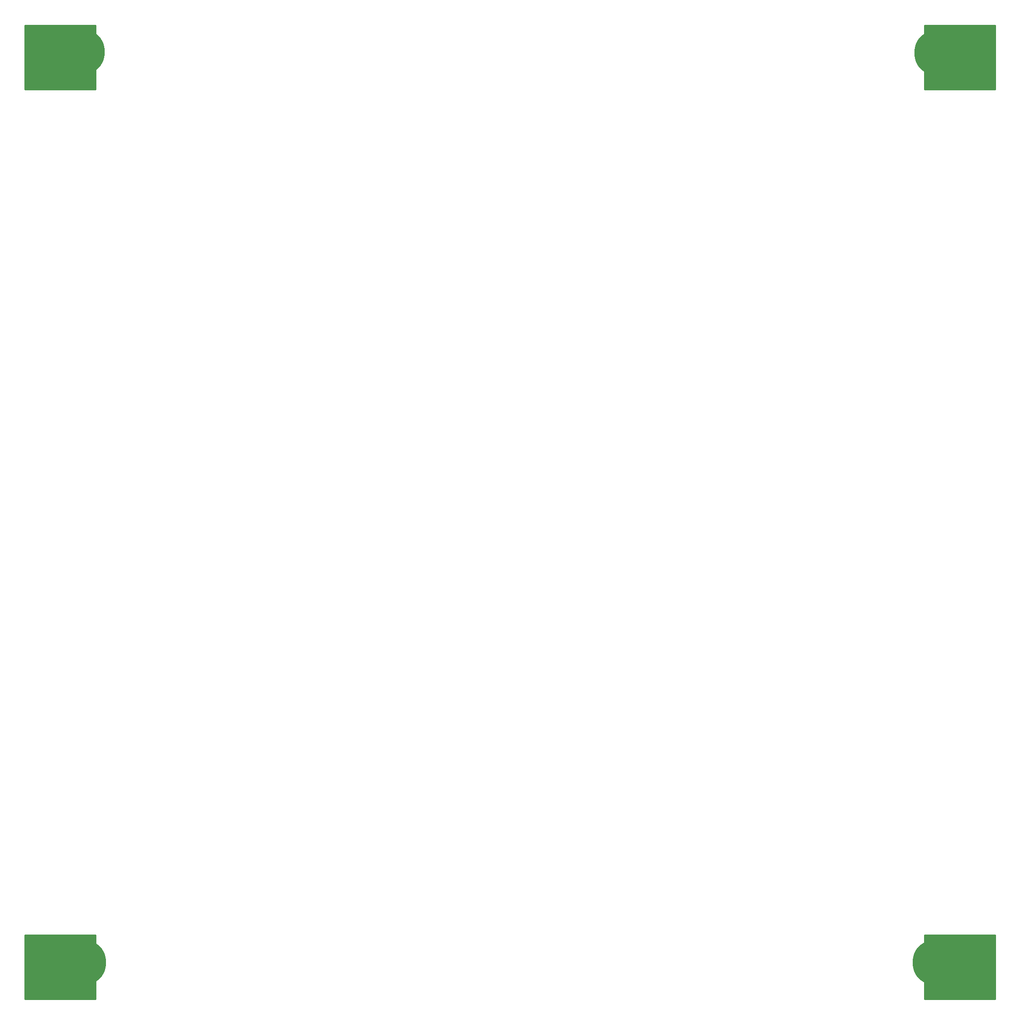
<source format=gbr>
%TF.GenerationSoftware,KiCad,Pcbnew,5.1.6-c6e7f7d~87~ubuntu18.04.1*%
%TF.CreationDate,2020-08-16T10:59:55+02:00*%
%TF.ProjectId,Elektronik,456c656b-7472-46f6-9e69-6b2e6b696361,rev?*%
%TF.SameCoordinates,Original*%
%TF.FileFunction,Soldermask,Bot*%
%TF.FilePolarity,Negative*%
%FSLAX46Y46*%
G04 Gerber Fmt 4.6, Leading zero omitted, Abs format (unit mm)*
G04 Created by KiCad (PCBNEW 5.1.6-c6e7f7d~87~ubuntu18.04.1) date 2020-08-16 10:59:55*
%MOMM*%
%LPD*%
G01*
G04 APERTURE LIST*
%ADD10C,1.000000*%
%ADD11C,8.700000*%
%ADD12O,1.800000X1.800000*%
%ADD13R,1.800000X1.800000*%
%ADD14C,0.254000*%
G04 APERTURE END LIST*
D10*
%TO.C,H4*%
X218053419Y-203840581D03*
X215773000Y-202896000D03*
X213492581Y-203840581D03*
X212548000Y-206121000D03*
X213492581Y-208401419D03*
X215773000Y-209346000D03*
X218053419Y-208401419D03*
X218998000Y-206121000D03*
D11*
X215773000Y-206121000D03*
%TD*%
D10*
%TO.C,H3*%
X52826419Y-203840581D03*
X50546000Y-202896000D03*
X48265581Y-203840581D03*
X47321000Y-206121000D03*
X48265581Y-208401419D03*
X50546000Y-209346000D03*
X52826419Y-208401419D03*
X53771000Y-206121000D03*
D11*
X50546000Y-206121000D03*
%TD*%
D10*
%TO.C,H2*%
X218434419Y-27310581D03*
X216154000Y-26366000D03*
X213873581Y-27310581D03*
X212929000Y-29591000D03*
X213873581Y-31871419D03*
X216154000Y-32816000D03*
X218434419Y-31871419D03*
X219379000Y-29591000D03*
D11*
X216154000Y-29591000D03*
%TD*%
D10*
%TO.C,H1*%
X52572419Y-27183581D03*
X50292000Y-26239000D03*
X48011581Y-27183581D03*
X47067000Y-29464000D03*
X48011581Y-31744419D03*
X50292000Y-32689000D03*
X52572419Y-31744419D03*
X53517000Y-29464000D03*
D11*
X50292000Y-29464000D03*
%TD*%
D12*
%TO.C,J4*%
X225044000Y-211201000D03*
X222504000Y-211201000D03*
X225044000Y-208661000D03*
X222504000Y-208661000D03*
X225044000Y-206121000D03*
X222504000Y-206121000D03*
X225044000Y-203581000D03*
D13*
X222504000Y-203581000D03*
%TD*%
D12*
%TO.C,J3*%
X43942000Y-211201000D03*
X41402000Y-211201000D03*
X43942000Y-208661000D03*
X41402000Y-208661000D03*
X43942000Y-206121000D03*
X41402000Y-206121000D03*
X43942000Y-203581000D03*
D13*
X41402000Y-203581000D03*
%TD*%
D12*
%TO.C,J2*%
X225298000Y-34671000D03*
X222758000Y-34671000D03*
X225298000Y-32131000D03*
X222758000Y-32131000D03*
X225298000Y-29591000D03*
X222758000Y-29591000D03*
X225298000Y-27051000D03*
D13*
X222758000Y-27051000D03*
%TD*%
D12*
%TO.C,J1*%
X43688000Y-34544000D03*
X41148000Y-34544000D03*
X43688000Y-32004000D03*
X41148000Y-32004000D03*
X43688000Y-29464000D03*
X41148000Y-29464000D03*
X43688000Y-26924000D03*
D13*
X41148000Y-26924000D03*
%TD*%
D14*
G36*
X52842034Y-213233000D02*
G01*
X39126034Y-213233000D01*
X39126034Y-200787000D01*
X52842034Y-200787000D01*
X52842034Y-213233000D01*
G37*
X52842034Y-213233000D02*
X39126034Y-213233000D01*
X39126034Y-200787000D01*
X52842034Y-200787000D01*
X52842034Y-213233000D01*
G36*
X227467034Y-36703000D02*
G01*
X213751034Y-36703000D01*
X213751034Y-24257000D01*
X227467034Y-24257000D01*
X227467034Y-36703000D01*
G37*
X227467034Y-36703000D02*
X213751034Y-36703000D01*
X213751034Y-24257000D01*
X227467034Y-24257000D01*
X227467034Y-36703000D01*
G36*
X52842034Y-36703000D02*
G01*
X39126034Y-36703000D01*
X39126034Y-24257000D01*
X52842034Y-24257000D01*
X52842034Y-36703000D01*
G37*
X52842034Y-36703000D02*
X39126034Y-36703000D01*
X39126034Y-24257000D01*
X52842034Y-24257000D01*
X52842034Y-36703000D01*
G36*
X227467034Y-213233000D02*
G01*
X213751034Y-213233000D01*
X213751034Y-200787000D01*
X227467034Y-200787000D01*
X227467034Y-213233000D01*
G37*
X227467034Y-213233000D02*
X213751034Y-213233000D01*
X213751034Y-200787000D01*
X227467034Y-200787000D01*
X227467034Y-213233000D01*
M02*

</source>
